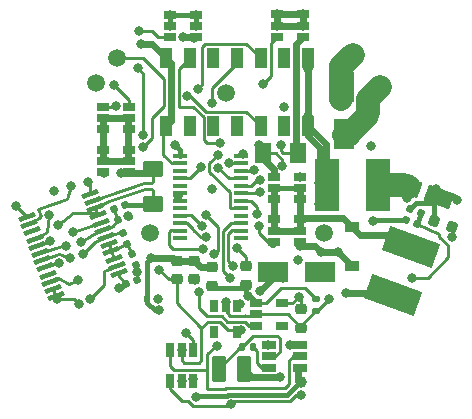
<source format=gtl>
%TF.GenerationSoftware,KiCad,Pcbnew,(6.0.5)*%
%TF.CreationDate,2022-06-17T18:07:44-04:00*%
%TF.ProjectId,Maka_BMS,4d616b61-5f42-44d5-932e-6b696361645f,rev?*%
%TF.SameCoordinates,Original*%
%TF.FileFunction,Copper,L1,Top*%
%TF.FilePolarity,Positive*%
%FSLAX46Y46*%
G04 Gerber Fmt 4.6, Leading zero omitted, Abs format (unit mm)*
G04 Created by KiCad (PCBNEW (6.0.5)) date 2022-06-17 18:07:44*
%MOMM*%
%LPD*%
G01*
G04 APERTURE LIST*
G04 Aperture macros list*
%AMRoundRect*
0 Rectangle with rounded corners*
0 $1 Rounding radius*
0 $2 $3 $4 $5 $6 $7 $8 $9 X,Y pos of 4 corners*
0 Add a 4 corners polygon primitive as box body*
4,1,4,$2,$3,$4,$5,$6,$7,$8,$9,$2,$3,0*
0 Add four circle primitives for the rounded corners*
1,1,$1+$1,$2,$3*
1,1,$1+$1,$4,$5*
1,1,$1+$1,$6,$7*
1,1,$1+$1,$8,$9*
0 Add four rect primitives between the rounded corners*
20,1,$1+$1,$2,$3,$4,$5,0*
20,1,$1+$1,$4,$5,$6,$7,0*
20,1,$1+$1,$6,$7,$8,$9,0*
20,1,$1+$1,$8,$9,$2,$3,0*%
%AMRotRect*
0 Rectangle, with rotation*
0 The origin of the aperture is its center*
0 $1 length*
0 $2 width*
0 $3 Rotation angle, in degrees counterclockwise*
0 Add horizontal line*
21,1,$1,$2,0,0,$3*%
G04 Aperture macros list end*
%TA.AperFunction,SMDPad,CuDef*%
%ADD10RoundRect,0.250000X-0.375000X-0.850000X0.375000X-0.850000X0.375000X0.850000X-0.375000X0.850000X0*%
%TD*%
%TA.AperFunction,SMDPad,CuDef*%
%ADD11R,0.650000X1.220000*%
%TD*%
%TA.AperFunction,SMDPad,CuDef*%
%ADD12R,1.060000X0.650000*%
%TD*%
%TA.AperFunction,SMDPad,CuDef*%
%ADD13RoundRect,0.218750X-0.256250X0.218750X-0.256250X-0.218750X0.256250X-0.218750X0.256250X0.218750X0*%
%TD*%
%TA.AperFunction,SMDPad,CuDef*%
%ADD14RotRect,2.150000X4.500000X250.000000*%
%TD*%
%TA.AperFunction,SMDPad,CuDef*%
%ADD15R,1.000000X1.750000*%
%TD*%
%TA.AperFunction,SMDPad,CuDef*%
%ADD16RoundRect,0.250001X-0.462499X-0.624999X0.462499X-0.624999X0.462499X0.624999X-0.462499X0.624999X0*%
%TD*%
%TA.AperFunction,SMDPad,CuDef*%
%ADD17R,0.650000X1.060000*%
%TD*%
%TA.AperFunction,SMDPad,CuDef*%
%ADD18RoundRect,0.147500X-0.147500X-0.172500X0.147500X-0.172500X0.147500X0.172500X-0.147500X0.172500X0*%
%TD*%
%TA.AperFunction,SMDPad,CuDef*%
%ADD19R,1.200000X0.900000*%
%TD*%
%TA.AperFunction,SMDPad,CuDef*%
%ADD20RoundRect,0.250001X-0.624999X0.462499X-0.624999X-0.462499X0.624999X-0.462499X0.624999X0.462499X0*%
%TD*%
%TA.AperFunction,SMDPad,CuDef*%
%ADD21R,1.220000X0.650000*%
%TD*%
%TA.AperFunction,SMDPad,CuDef*%
%ADD22R,1.800000X2.500000*%
%TD*%
%TA.AperFunction,SMDPad,CuDef*%
%ADD23RoundRect,0.147500X-0.212545X0.079606X-0.111649X-0.197603X0.212545X-0.079606X0.111649X0.197603X0*%
%TD*%
%TA.AperFunction,SMDPad,CuDef*%
%ADD24RoundRect,0.147500X-0.079606X-0.212545X0.197603X-0.111649X0.079606X0.212545X-0.197603X0.111649X0*%
%TD*%
%TA.AperFunction,SMDPad,CuDef*%
%ADD25RoundRect,0.147500X0.079606X0.212545X-0.197603X0.111649X-0.079606X-0.212545X0.197603X-0.111649X0*%
%TD*%
%TA.AperFunction,SMDPad,CuDef*%
%ADD26R,2.500000X1.800000*%
%TD*%
%TA.AperFunction,SMDPad,CuDef*%
%ADD27R,2.150000X4.500000*%
%TD*%
%TA.AperFunction,SMDPad,CuDef*%
%ADD28RoundRect,0.218750X-0.293200X-0.165979X0.117915X-0.315613X0.293200X0.165979X-0.117915X0.315613X0*%
%TD*%
%TA.AperFunction,SMDPad,CuDef*%
%ADD29RoundRect,0.147500X0.197603X0.111649X-0.079606X0.212545X-0.197603X-0.111649X0.079606X-0.212545X0*%
%TD*%
%TA.AperFunction,SMDPad,CuDef*%
%ADD30RotRect,2.300000X1.400000X160.000000*%
%TD*%
%TA.AperFunction,SMDPad,CuDef*%
%ADD31RotRect,1.250000X1.400000X160.000000*%
%TD*%
%TA.AperFunction,SMDPad,CuDef*%
%ADD32RoundRect,0.147500X-0.197603X-0.111649X0.079606X-0.212545X0.197603X0.111649X-0.079606X0.212545X0*%
%TD*%
%TA.AperFunction,SMDPad,CuDef*%
%ADD33R,1.200000X0.400000*%
%TD*%
%TA.AperFunction,SMDPad,CuDef*%
%ADD34RoundRect,0.100000X0.564852X0.312007X-0.633256X-0.124069X-0.564852X-0.312007X0.633256X0.124069X0*%
%TD*%
%TA.AperFunction,SMDPad,CuDef*%
%ADD35RoundRect,0.147500X0.172500X-0.147500X0.172500X0.147500X-0.172500X0.147500X-0.172500X-0.147500X0*%
%TD*%
%TA.AperFunction,SMDPad,CuDef*%
%ADD36RoundRect,0.218750X0.256250X-0.218750X0.256250X0.218750X-0.256250X0.218750X-0.256250X-0.218750X0*%
%TD*%
%TA.AperFunction,ComponentPad*%
%ADD37C,1.500000*%
%TD*%
%TA.AperFunction,ViaPad*%
%ADD38C,0.800000*%
%TD*%
%TA.AperFunction,ViaPad*%
%ADD39C,1.000000*%
%TD*%
%TA.AperFunction,Conductor*%
%ADD40C,0.250000*%
%TD*%
%TA.AperFunction,Conductor*%
%ADD41C,0.400000*%
%TD*%
%TA.AperFunction,Conductor*%
%ADD42C,0.590000*%
%TD*%
%TA.AperFunction,Conductor*%
%ADD43C,2.000000*%
%TD*%
G04 APERTURE END LIST*
D10*
%TO.P,L1,1,1*%
%TO.N,Net-(C13-Pad1)*%
X150850000Y-117450000D03*
%TO.P,L1,2,2*%
%TO.N,+5V*%
X153000000Y-117450000D03*
%TD*%
D11*
%TO.P,U4,1,IN*%
%TO.N,~{SHT_DWN_SIG}*%
X146775000Y-118435000D03*
%TO.P,U4,2,GND*%
%TO.N,Earth*%
X147725000Y-118435000D03*
%TO.P,U4,3,SET*%
%TO.N,Net-(R19-Pad2)*%
X148675000Y-118435000D03*
%TO.P,U4,4,DIV*%
%TO.N,Net-(R14-Pad2)*%
X148675000Y-115815000D03*
%TO.P,U4,5,V+*%
%TO.N,+3V3*%
X147725000Y-115815000D03*
%TO.P,U4,6,OUT*%
%TO.N,~{DELAYED_OFF}*%
X146775000Y-115815000D03*
%TD*%
D12*
%TO.P,Q4,1,D*%
%TO.N,+15V*%
X155800000Y-88350000D03*
X158000000Y-88350000D03*
X155800000Y-87400000D03*
X158000000Y-87400000D03*
%TO.P,Q4,2,G*%
%TO.N,Net-(Q4-Pad2)*%
X155800000Y-89300000D03*
%TO.P,Q4,3,S*%
%TO.N,Net-(Q4-Pad3)*%
X158000000Y-89300000D03*
%TD*%
D13*
%TO.P,C16,1*%
%TO.N,Earth*%
X153200000Y-108712500D03*
%TO.P,C16,2*%
%TO.N,+5V*%
X153200000Y-110287500D03*
%TD*%
D14*
%TO.P,L2,1,1*%
%TO.N,Net-(D3-Pad1)*%
X167143894Y-107106169D03*
%TO.P,L2,2,2*%
%TO.N,Net-(L2-Pad2)*%
X165656106Y-111193831D03*
%TD*%
D15*
%TO.P,J9,1,Pin_1*%
%TO.N,+12V*%
X158400000Y-96859800D03*
%TO.P,J9,2,Pin_2*%
X158400000Y-91109800D03*
%TO.P,J9,3,Pin_3*%
%TO.N,unconnected-(J9-Pad3)*%
X156400000Y-96859800D03*
%TO.P,J9,4,Pin_4*%
%TO.N,~{TS_EOC}*%
X156400000Y-91109800D03*
%TO.P,J9,5,Pin_5*%
%TO.N,SCL*%
X154400000Y-96859800D03*
%TO.P,J9,6,Pin_6*%
%TO.N,SDA*%
X154400000Y-91109800D03*
%TO.P,J9,7,Pin_7*%
%TO.N,+3.3VP*%
X152400000Y-96859800D03*
%TO.P,J9,8,Pin_8*%
%TO.N,GPS_INT*%
X152400000Y-91109800D03*
%TO.P,J9,9,Pin_9*%
%TO.N,unconnected-(J9-Pad9)*%
X150400000Y-96859800D03*
%TO.P,J9,10,Pin_10*%
%TO.N,IMU_INT*%
X150400000Y-91109800D03*
%TO.P,J9,11,Pin_11*%
%TO.N,unconnected-(J9-Pad11)*%
X148400000Y-96859800D03*
%TO.P,J9,12,Pin_12*%
%TO.N,+3V3*%
X148400000Y-91109800D03*
%TO.P,J9,13,Pin_13*%
%TO.N,Earth*%
X146400000Y-96859800D03*
%TO.P,J9,14,Pin_14*%
X146400000Y-91109800D03*
%TD*%
D12*
%TO.P,Q5,1,D*%
%TO.N,Net-(D3-Pad1)*%
X157700000Y-103050000D03*
X155500000Y-102100000D03*
X157700000Y-102100000D03*
X155500000Y-103050000D03*
%TO.P,Q5,2,G*%
%TO.N,Net-(Q5-Pad2)*%
X157700000Y-101150000D03*
%TO.P,Q5,3,S*%
%TO.N,Net-(C20-Pad1)*%
X155500000Y-101150000D03*
%TD*%
%TO.P,Q3,1,D*%
%TO.N,Net-(Q2-Pad1)*%
X143300000Y-97100000D03*
X141100000Y-97100000D03*
X141100000Y-96150000D03*
X143300000Y-96150000D03*
%TO.P,Q3,2,G*%
%TO.N,Net-(Q3-Pad2)*%
X143300000Y-95200000D03*
%TO.P,Q3,3,S*%
%TO.N,Earth*%
X141100000Y-95200000D03*
%TD*%
%TO.P,Q2,1,D*%
%TO.N,Net-(Q2-Pad1)*%
X143300000Y-98850000D03*
X141100000Y-99800000D03*
X141100000Y-98850000D03*
X143300000Y-99800000D03*
%TO.P,Q2,2,G*%
%TO.N,Net-(Q2-Pad2)*%
X141100000Y-100750000D03*
%TO.P,Q2,3,S*%
%TO.N,Net-(Q2-Pad3)*%
X143300000Y-100750000D03*
%TD*%
D13*
%TO.P,C23,1*%
%TO.N,Earth*%
X148800000Y-108262500D03*
%TO.P,C23,2*%
%TO.N,+BATT*%
X148800000Y-109837500D03*
%TD*%
D16*
%TO.P,R29,1*%
%TO.N,Net-(C20-Pad1)*%
X154575000Y-99150000D03*
%TO.P,R29,2*%
%TO.N,Net-(Q4-Pad3)*%
X157550000Y-99150000D03*
%TD*%
D17*
%TO.P,U2,1,IN*%
%TO.N,/BATT_OUT*%
X152400000Y-112100000D03*
%TO.P,U2,2,GND*%
%TO.N,Earth*%
X151450000Y-112100000D03*
%TO.P,U2,3,EN*%
%TO.N,unconnected-(U2-Pad3)*%
X150500000Y-112100000D03*
%TO.P,U2,4*%
%TO.N,N/C*%
X150500000Y-114300000D03*
%TO.P,U2,5,OUT*%
%TO.N,+3V3*%
X152400000Y-114300000D03*
%TD*%
D18*
%TO.P,R19,1*%
%TO.N,Earth*%
X144750000Y-111500000D03*
%TO.P,R19,2*%
%TO.N,Net-(R19-Pad2)*%
X145720000Y-111500000D03*
%TD*%
D13*
%TO.P,C15,1*%
%TO.N,Earth*%
X150300000Y-108800000D03*
%TO.P,C15,2*%
%TO.N,+5V*%
X150300000Y-110375000D03*
%TD*%
D19*
%TO.P,D3,1,K*%
%TO.N,Net-(D3-Pad1)*%
X162150000Y-105400000D03*
%TO.P,D3,2,A*%
%TO.N,Earth*%
X162150000Y-108700000D03*
%TD*%
D12*
%TO.P,Q1,1,D*%
%TO.N,/GND_OUT*%
X146726400Y-88392000D03*
X148926400Y-88392000D03*
X146726400Y-87442000D03*
X148926400Y-87442000D03*
%TO.P,Q1,2,G*%
%TO.N,Net-(Q1-Pad2)*%
X146726400Y-89342000D03*
%TO.P,Q1,3,S*%
%TO.N,Earth*%
X148926400Y-89342000D03*
%TD*%
D13*
%TO.P,C14,1*%
%TO.N,Earth*%
X147300000Y-108262500D03*
%TO.P,C14,2*%
%TO.N,+3V3*%
X147300000Y-109837500D03*
%TD*%
D20*
%TO.P,R8,1*%
%TO.N,Net-(Q2-Pad3)*%
X145300000Y-100500000D03*
%TO.P,R8,2*%
%TO.N,-BATT*%
X145300000Y-103475000D03*
%TD*%
D21*
%TO.P,U1,1,FB*%
%TO.N,+5V*%
X157710000Y-117300000D03*
%TO.P,U1,2,EN*%
%TO.N,~{DELAYED_OFF}*%
X157710000Y-116350000D03*
%TO.P,U1,3,VIN*%
%TO.N,/BATT_OUT*%
X157710000Y-115400000D03*
%TO.P,U1,4,GND*%
%TO.N,Earth*%
X155090000Y-115400000D03*
%TO.P,U1,5,SW*%
%TO.N,Net-(C13-Pad1)*%
X155090000Y-116350000D03*
%TO.P,U1,6,BST*%
%TO.N,Net-(C13-Pad2)*%
X155090000Y-117300000D03*
%TD*%
D22*
%TO.P,D1,1,K*%
%TO.N,/BATT_OUT*%
X161425000Y-93550000D03*
%TO.P,D1,2,A*%
%TO.N,/GND_OUT*%
X161425000Y-97550000D03*
%TD*%
D23*
%TO.P,C2,1*%
%TO.N,Net-(C2-Pad1)*%
X142759120Y-105894249D03*
%TO.P,C2,2*%
%TO.N,Net-(C2-Pad2)*%
X143090880Y-106805751D03*
%TD*%
D24*
%TO.P,R3,1*%
%TO.N,Net-(C3-Pad1)*%
X142338498Y-104841760D03*
%TO.P,R3,2*%
%TO.N,Net-(3.4-Pad1)*%
X143250000Y-104510000D03*
%TD*%
D23*
%TO.P,R1,2*%
%TO.N,+BATT*%
X143815880Y-108605751D03*
%TO.P,R1,1*%
%TO.N,Net-(C2-Pad2)*%
X143484120Y-107694249D03*
%TD*%
D25*
%TO.P,C4,1*%
%TO.N,-BATT*%
X142895751Y-103514120D03*
%TO.P,C4,2*%
%TO.N,Net-(C3-Pad1)*%
X141984249Y-103845880D03*
%TD*%
D12*
%TO.P,Q6,1,D*%
%TO.N,Net-(D3-Pad1)*%
X155500000Y-105700000D03*
X155500000Y-104750000D03*
X157700000Y-105700000D03*
X157700000Y-104750000D03*
%TO.P,Q6,2,G*%
%TO.N,Net-(Q6-Pad2)*%
X155500000Y-106650000D03*
%TO.P,Q6,3,S*%
%TO.N,Earth*%
X157700000Y-106650000D03*
%TD*%
D26*
%TO.P,D2,1,K*%
%TO.N,/BATT_OUT*%
X159450000Y-109250000D03*
%TO.P,D2,2,A*%
%TO.N,+BATT*%
X155450000Y-109250000D03*
%TD*%
D27*
%TO.P,L3,1,1*%
%TO.N,+12V*%
X160000000Y-101875000D03*
%TO.P,L3,2,2*%
%TO.N,Net-(D4-Pad2)*%
X164350000Y-101875000D03*
%TD*%
D28*
%TO.P,C11,1*%
%TO.N,+15V*%
X169100000Y-104850000D03*
%TO.P,C11,2*%
%TO.N,Earth*%
X170580016Y-105388682D03*
%TD*%
D29*
%TO.P,R32,1*%
%TO.N,Net-(R21-Pad2)*%
X167655751Y-105165880D03*
%TO.P,R32,2*%
%TO.N,Earth*%
X166744249Y-104834120D03*
%TD*%
D30*
%TO.P,D4,1,K*%
%TO.N,+15V*%
X169500000Y-102900000D03*
D31*
%TO.P,D4,2,A*%
%TO.N,Net-(D4-Pad2)*%
X167338707Y-102113354D03*
%TD*%
D32*
%TO.P,R21,2*%
%TO.N,Net-(R21-Pad2)*%
X168000000Y-104231760D03*
%TO.P,R21,1*%
%TO.N,+15V*%
X167088498Y-103900000D03*
%TD*%
D24*
%TO.P,R5,1*%
%TO.N,Net-(C8-Pad2)*%
X143044249Y-110190880D03*
%TO.P,R5,2*%
%TO.N,+BATT*%
X143955751Y-109859120D03*
%TD*%
D33*
%TO.P,U5,1,DCIN*%
%TO.N,+15V*%
X147550000Y-99382500D03*
%TO.P,U5,2,~{CHG}*%
%TO.N,Earth*%
X147550000Y-100017500D03*
%TO.P,U5,3,ACP*%
%TO.N,unconnected-(U5-Pad3)*%
X147550000Y-100652500D03*
%TO.P,U5,4,RT*%
%TO.N,Net-(R24-Pad2)*%
X147550000Y-101287500D03*
%TO.P,U5,5,~{FAULT}*%
%TO.N,unconnected-(U5-Pad5)*%
X147550000Y-101922500D03*
%TO.P,U5,6,GND*%
%TO.N,Earth*%
X147550000Y-102557500D03*
%TO.P,U5,7,3C4C*%
X147550000Y-103192500D03*
%TO.P,U5,8,~{LOBAT}*%
%TO.N,unconnected-(U5-Pad8)*%
X147550000Y-103827500D03*
%TO.P,U5,9,NTC*%
%TO.N,Net-(R22-Pad1)*%
X147550000Y-104462500D03*
%TO.P,U5,10,ITH*%
%TO.N,Net-(R25-Pad2)*%
X147550000Y-105097500D03*
%TO.P,U5,11,PROG*%
%TO.N,Net-(C21-Pad2)*%
X147550000Y-105732500D03*
%TO.P,U5,12,NC*%
%TO.N,unconnected-(U5-Pad12)*%
X147550000Y-106367500D03*
%TO.P,U5,13,~{ICL}*%
%TO.N,unconnected-(U5-Pad13)*%
X152750000Y-106367500D03*
%TO.P,U5,14,CSP*%
%TO.N,Net-(R27-Pad2)*%
X152750000Y-105732500D03*
%TO.P,U5,15,BAT*%
%TO.N,Net-(R26-Pad2)*%
X152750000Y-105097500D03*
%TO.P,U5,16,CHEM*%
%TO.N,unconnected-(U5-Pad16)*%
X152750000Y-104462500D03*
%TO.P,U5,17,~{FLAG}*%
%TO.N,~{TS_EOC}*%
X152750000Y-103827500D03*
%TO.P,U5,18,CLP*%
%TO.N,Net-(C20-Pad2)*%
X152750000Y-103192500D03*
%TO.P,U5,19,CLN*%
%TO.N,Net-(C20-Pad1)*%
X152750000Y-102557500D03*
%TO.P,U5,20,TGATE*%
%TO.N,Net-(Q5-Pad2)*%
X152750000Y-101922500D03*
%TO.P,U5,21,PGND*%
%TO.N,Earth*%
X152750000Y-101287500D03*
%TO.P,U5,22,BGATE*%
%TO.N,Net-(Q6-Pad2)*%
X152750000Y-100652500D03*
%TO.P,U5,23,INFET*%
%TO.N,Net-(Q4-Pad2)*%
X152750000Y-100017500D03*
%TO.P,U5,24,SHDN*%
%TO.N,Earth*%
X152750000Y-99382500D03*
%TD*%
D34*
%TO.P,U3,1,VDD*%
%TO.N,Net-(C8-Pad2)*%
X142427053Y-109302734D03*
%TO.P,U3,2,AVDD*%
%TO.N,Net-(C9-Pad1)*%
X142204740Y-108691934D03*
%TO.P,U3,3,VC5*%
%TO.N,Net-(C2-Pad2)*%
X141982427Y-108081134D03*
%TO.P,U3,4,VC4*%
X141760114Y-107470334D03*
%TO.P,U3,5,VC3*%
X141537801Y-106859534D03*
%TO.P,U3,6,VC2*%
%TO.N,Net-(C2-Pad1)*%
X141315488Y-106248733D03*
%TO.P,U3,7,VC1*%
%TO.N,Net-(C3-Pad1)*%
X141093175Y-105637933D03*
%TO.P,U3,8,VC0*%
%TO.N,Net-(C5-Pad1)*%
X140870861Y-105027133D03*
%TO.P,U3,9,VSS*%
%TO.N,-BATT*%
X140648548Y-104416333D03*
%TO.P,U3,10,SRP*%
X140426235Y-103805533D03*
%TO.P,U3,11,SRN*%
%TO.N,Net-(Q2-Pad3)*%
X140203922Y-103194732D03*
%TO.P,U3,12,DSG*%
%TO.N,Net-(R10-Pad2)*%
X139981609Y-102583932D03*
%TO.P,U3,13,CHG*%
%TO.N,Net-(R13-Pad2)*%
X134601869Y-104541998D03*
%TO.P,U3,14,LD*%
%TO.N,Net-(R18-Pad2)*%
X134824182Y-105152798D03*
%TO.P,U3,15,LPWR*%
%TO.N,unconnected-(U3-Pad15)*%
X135046495Y-105763598D03*
%TO.P,U3,16,CBI*%
%TO.N,Net-(R17-Pad2)*%
X135268808Y-106374398D03*
%TO.P,U3,17,OCDP*%
%TO.N,Net-(R16-Pad2)*%
X135491121Y-106985198D03*
%TO.P,U3,18,TS*%
%TO.N,Net-(R15-Pad1)*%
X135713434Y-107595999D03*
%TO.P,U3,19,VTB*%
%TO.N,Net-(R15-Pad2)*%
X135935747Y-108206799D03*
%TO.P,U3,20,CCFG*%
%TO.N,-BATT*%
X136158061Y-108817599D03*
%TO.P,U3,21,CBO*%
%TO.N,unconnected-(U3-Pad21)*%
X136380374Y-109428399D03*
%TO.P,U3,22,PRES*%
%TO.N,Net-(C8-Pad2)*%
X136602687Y-110039199D03*
%TO.P,U3,23,CTRC*%
%TO.N,-BATT*%
X136825000Y-110650000D03*
%TO.P,U3,24,CTRD*%
X137047313Y-111260800D03*
%TD*%
D12*
%TO.P,U7,1,IN*%
%TO.N,+5V*%
X154050000Y-111850000D03*
%TO.P,U7,2,GND*%
%TO.N,Earth*%
X154050000Y-112800000D03*
%TO.P,U7,3,EN*%
%TO.N,ENDCAP_EN*%
X154050000Y-113750000D03*
%TO.P,U7,4*%
%TO.N,N/C*%
X156250000Y-113750000D03*
%TO.P,U7,5,OUT*%
%TO.N,+3.3VP*%
X156250000Y-111850000D03*
%TD*%
D35*
%TO.P,C24,1*%
%TO.N,Earth*%
X159100000Y-112470000D03*
%TO.P,C24,2*%
%TO.N,+5V*%
X159100000Y-111500000D03*
%TD*%
D36*
%TO.P,C25,2*%
%TO.N,+3.3VP*%
X157850000Y-112362500D03*
%TO.P,C25,1*%
%TO.N,Earth*%
X157850000Y-113937500D03*
%TD*%
D18*
%TO.P,C13,1*%
%TO.N,Net-(C13-Pad1)*%
X152815000Y-115600000D03*
%TO.P,C13,2*%
%TO.N,Net-(C13-Pad2)*%
X153785000Y-115600000D03*
%TD*%
D37*
%TO.P,11.1,1,Pin_1*%
%TO.N,+BATT*%
X140450000Y-93225000D03*
%TD*%
%TO.P,0.0,1,Pin_1*%
%TO.N,-BATT*%
X151450000Y-94050000D03*
%TD*%
%TO.P,12V_OUT1,1,Pin_1*%
%TO.N,/BATT_OUT*%
X162200000Y-90800000D03*
%TD*%
%TO.P,GND_OUT1,1,Pin_1*%
%TO.N,/GND_OUT*%
X164550000Y-93525000D03*
%TD*%
%TO.P,3.4,1,Pin_1*%
%TO.N,Net-(3.4-Pad1)*%
X142250000Y-91100000D03*
%TD*%
%TO.P,7.4_1,1,Pin_1*%
%TO.N,Net-(7.4_1-Pad1)*%
X145000000Y-105925000D03*
%TD*%
%TO.P,7.4_2,1,Pin_1*%
%TO.N,Net-(7.4_1-Pad1)*%
X159800000Y-105875000D03*
%TD*%
D38*
%TO.N,Net-(R13-Pad2)*%
X133694249Y-103634378D03*
%TO.N,Earth*%
X136937511Y-102362511D03*
%TO.N,+3V3*%
X147725000Y-115815000D03*
%TO.N,Net-(R19-Pad2)*%
X145700000Y-111475000D03*
%TO.N,Net-(R14-Pad2)*%
X148063670Y-114339071D03*
%TO.N,Net-(R19-Pad2)*%
X148700000Y-118225000D03*
%TO.N,Earth*%
X145827101Y-112466388D03*
%TO.N,~{DELAYED_OFF}*%
X150725000Y-115450000D03*
%TO.N,Earth*%
X147717165Y-118406768D03*
%TO.N,+BATT*%
X143950500Y-109194249D03*
%TO.N,-BATT*%
X139030000Y-111900000D03*
%TO.N,Net-(C9-Pad1)*%
X139970000Y-111530000D03*
%TO.N,Net-(R18-Pad2)*%
X138311502Y-101968240D03*
%TO.N,Net-(R10-Pad2)*%
X139750000Y-101575000D03*
%TO.N,Net-(Q2-Pad2)*%
X141150016Y-100800000D03*
%TO.N,Net-(Q1-Pad2)*%
X144100000Y-88780000D03*
%TO.N,Earth*%
X147409152Y-102782991D03*
X150249553Y-102219707D03*
X154990000Y-115350000D03*
X150798806Y-100364363D03*
X148800000Y-89400000D03*
X159500000Y-107500000D03*
X163950000Y-104850000D03*
X145165242Y-107986436D03*
X163750000Y-98550000D03*
X152399998Y-107175500D03*
X170605274Y-106235495D03*
X157700000Y-106975000D03*
X151474997Y-111740446D03*
X156384002Y-95200000D03*
X160170807Y-111500400D03*
X144250000Y-89899996D03*
X147859660Y-89276608D03*
X142149721Y-95175010D03*
X160949959Y-107499991D03*
X152944231Y-99217498D03*
%TO.N,Net-(C2-Pad1)*%
X139350000Y-107650000D03*
%TO.N,Net-(C3-Pad1)*%
X139200000Y-106650000D03*
%TO.N,-BATT*%
X137250000Y-105250000D03*
X137312500Y-108487500D03*
X137191316Y-111483684D03*
%TO.N,Net-(C5-Pad1)*%
X138500000Y-105800000D03*
%TO.N,Net-(C8-Pad2)*%
X142436371Y-110536371D03*
X138950000Y-109900000D03*
%TO.N,+3V3*%
X145824979Y-109000001D03*
X144006778Y-91943222D03*
X144475012Y-97575179D03*
X151004745Y-98325599D03*
X152736960Y-114128522D03*
X148481459Y-91306778D03*
%TO.N,+5V*%
X148950000Y-119800000D03*
X156012983Y-118136913D03*
X153300000Y-111200000D03*
D39*
X157834131Y-118500061D03*
D38*
%TO.N,Net-(C20-Pad2)*%
X154083402Y-104323727D03*
%TO.N,+12V*%
X159400000Y-100200000D03*
X158400000Y-91109800D03*
X158395100Y-96854900D03*
X158389645Y-92010355D03*
X159350000Y-103450000D03*
X158389645Y-96010355D03*
X159350000Y-101700000D03*
%TO.N,Net-(C21-Pad2)*%
X149567475Y-107247814D03*
%TO.N,+BATT*%
X155450000Y-109250000D03*
X148862299Y-109887701D03*
X154600000Y-108849001D03*
X154350000Y-110850000D03*
X156300000Y-109750000D03*
%TO.N,IMU_INT*%
X150399984Y-91109800D03*
%TO.N,GPS_INT*%
X150274011Y-94896001D03*
%TO.N,SDA*%
X149100000Y-93700000D03*
%TO.N,SCL*%
X148182448Y-94344614D03*
%TO.N,~{TS_EOC}*%
X150788502Y-99301951D03*
X156400000Y-91109810D03*
%TO.N,Net-(L2-Pad2)*%
X161675014Y-110974986D03*
%TO.N,Net-(Q2-Pad3)*%
X142597913Y-100825000D03*
%TO.N,Net-(Q3-Pad2)*%
X142000000Y-93350000D03*
%TO.N,Net-(Q4-Pad3)*%
X156150000Y-98450000D03*
%TO.N,Net-(Q4-Pad2)*%
X154650000Y-93250000D03*
X151736735Y-100017501D03*
%TO.N,Net-(Q5-Pad2)*%
X157700026Y-101150000D03*
X154364600Y-101422799D03*
%TO.N,Net-(Q6-Pad2)*%
X154300000Y-105300000D03*
X153829771Y-100577825D03*
%TO.N,Net-(R15-Pad2)*%
X138242857Y-108057143D03*
%TO.N,Net-(R15-Pad1)*%
X137959999Y-107040001D03*
%TO.N,Net-(R16-Pad2)*%
X136557548Y-106557548D03*
%TO.N,Net-(R17-Pad2)*%
X136500000Y-104400000D03*
%TO.N,Net-(R22-Pad1)*%
X149409995Y-105320273D03*
%TO.N,Net-(R24-Pad2)*%
X149325030Y-100350000D03*
%TO.N,Net-(R25-Pad2)*%
X149740782Y-106263451D03*
%TO.N,Net-(R26-Pad2)*%
X151800000Y-109700000D03*
%TO.N,Net-(R27-Pad2)*%
X152100000Y-108700000D03*
%TO.N,Net-(D4-Pad2)*%
X166800000Y-102950000D03*
%TO.N,+15V*%
X155800000Y-88350014D03*
X155800000Y-87400000D03*
X147119947Y-98441373D03*
X158000000Y-87400000D03*
X169250000Y-102200000D03*
X170200000Y-102800000D03*
X170999976Y-103150000D03*
X158000000Y-88350000D03*
%TO.N,~{SHT_DWN_SIG}*%
X157834806Y-119600072D03*
X151911226Y-120407964D03*
%TO.N,Net-(C20-Pad1)*%
X156250000Y-100200000D03*
X154327206Y-102422102D03*
X154300000Y-98450000D03*
%TO.N,Net-(R21-Pad2)*%
X167200000Y-109700000D03*
%TO.N,Net-(3.4-Pad1)*%
X143219095Y-104490584D03*
X144474990Y-98600508D03*
%TO.N,/GND_OUT*%
X146726400Y-87442000D03*
X148926400Y-87442000D03*
X146726400Y-88392000D03*
X148926400Y-88392000D03*
%TO.N,/BATT_OUT*%
X159450022Y-109250000D03*
X161300000Y-93900000D03*
X156920000Y-115400000D03*
X160300000Y-109627460D03*
X152645395Y-111955313D03*
X161300000Y-95000000D03*
X158600000Y-108750000D03*
%TO.N,+3.3VP*%
X157600000Y-108200000D03*
X149800000Y-104400000D03*
X157650000Y-111300000D03*
X152400000Y-96850000D03*
X150449671Y-107717641D03*
%TO.N,ENDCAP_EN*%
X149177123Y-110897876D03*
%TD*%
D40*
%TO.N,ENDCAP_EN*%
X149177123Y-112281145D02*
X149177123Y-110897876D01*
X151114785Y-112954511D02*
X149850489Y-112954511D01*
X151565286Y-113405012D02*
X151114785Y-112954511D01*
X153049229Y-113404022D02*
X152245141Y-113404022D01*
X153395207Y-113750000D02*
X153049229Y-113404022D01*
X154050000Y-113750000D02*
X153395207Y-113750000D01*
X152245141Y-113404022D02*
X152244151Y-113405012D01*
X149850489Y-112954511D02*
X149177123Y-112281145D01*
X152244151Y-113405012D02*
X151565286Y-113405012D01*
%TO.N,Earth*%
X153223251Y-112942340D02*
X153211081Y-112930170D01*
X153161082Y-112930171D02*
X153140699Y-112909788D01*
X153894999Y-112955001D02*
X153235915Y-112955001D01*
X152058947Y-112954512D02*
X152058458Y-112955001D01*
X152058458Y-112955001D02*
X151930431Y-112955001D01*
X153235915Y-112955001D02*
X153223254Y-112942340D01*
X153140699Y-112909788D02*
X153115700Y-112909789D01*
X153211081Y-112930170D02*
X153161082Y-112930171D01*
X153223254Y-112942340D02*
X153223251Y-112942340D01*
X153049511Y-112954511D02*
X152058947Y-112954512D01*
X154050000Y-112800000D02*
X153894999Y-112955001D01*
X151929941Y-112954511D02*
X151750489Y-112954511D01*
X151750489Y-112775059D02*
X151474997Y-112499567D01*
X151474997Y-112499567D02*
X151474997Y-111740446D01*
X153115700Y-112909789D02*
X153095977Y-112890066D01*
X153095977Y-112890066D02*
X153049511Y-112890066D01*
X153049511Y-112890066D02*
X153049511Y-112954511D01*
X151930431Y-112955001D02*
X151929941Y-112954511D01*
X151750489Y-112954511D02*
X151750489Y-112775059D01*
%TO.N,Net-(R10-Pad2)*%
X139981609Y-101806609D02*
X139750000Y-101575000D01*
X139981609Y-102583932D02*
X139981609Y-101806609D01*
%TO.N,~{SHT_DWN_SIG}*%
X148633554Y-120508154D02*
X148720213Y-120524501D01*
X148225499Y-120100099D02*
X148633554Y-120508154D01*
X146775000Y-119100000D02*
X147775099Y-120100099D01*
X147775099Y-120100099D02*
X148225499Y-120100099D01*
X146775000Y-118435000D02*
X146775000Y-119100000D01*
X148720213Y-120524501D02*
X151794689Y-120524501D01*
X151794689Y-120524501D02*
X151911226Y-120407964D01*
D41*
%TO.N,+5V*%
X151668170Y-119600002D02*
X151594141Y-119674031D01*
X157766750Y-118500061D02*
X156666809Y-119600002D01*
X157834131Y-118500061D02*
X157766750Y-118500061D01*
X156666809Y-119600002D02*
X151668170Y-119600002D01*
X151594141Y-119674031D02*
X149075969Y-119674031D01*
X149075969Y-119674031D02*
X148950000Y-119800000D01*
D40*
%TO.N,+3V3*%
X147300000Y-109837500D02*
X147300000Y-111850000D01*
X147300000Y-111850000D02*
X149400000Y-113950000D01*
%TO.N,Net-(R14-Pad2)*%
X148690000Y-115210000D02*
X148690000Y-114965401D01*
X148690000Y-114965401D02*
X148063670Y-114339071D01*
%TO.N,+3V3*%
X147725000Y-116675000D02*
X147725000Y-115815000D01*
X149175000Y-116900000D02*
X147950000Y-116900000D01*
X149400000Y-113950000D02*
X149400000Y-116675000D01*
X149400000Y-116675000D02*
X149175000Y-116900000D01*
X149924501Y-113425499D02*
X149400000Y-113950000D01*
X150950069Y-113425499D02*
X149924501Y-113425499D01*
X151653092Y-114128522D02*
X150950069Y-113425499D01*
X147950000Y-116900000D02*
X147725000Y-116675000D01*
X152736960Y-114128522D02*
X151653092Y-114128522D01*
%TO.N,~{DELAYED_OFF}*%
X149775000Y-117500000D02*
X149900000Y-117625000D01*
X147100000Y-117500000D02*
X149775000Y-117500000D01*
X146775000Y-117175000D02*
X147100000Y-117500000D01*
X149900000Y-117625000D02*
X149900000Y-116162507D01*
X149900000Y-119126402D02*
X149900000Y-117625000D01*
X146775000Y-115815000D02*
X146775000Y-117175000D01*
X150612507Y-115450000D02*
X150725000Y-115450000D01*
X149900000Y-116162507D02*
X150612507Y-115450000D01*
X149923118Y-119149520D02*
X149900000Y-119126402D01*
X151376882Y-119149520D02*
X149923118Y-119149520D01*
X156774999Y-118725001D02*
X156450000Y-119050000D01*
X151476402Y-119050000D02*
X151376882Y-119149520D01*
X156774999Y-116714999D02*
X156774999Y-118725001D01*
X157189998Y-116300000D02*
X156774999Y-116714999D01*
X157610000Y-116300000D02*
X157189998Y-116300000D01*
X156450000Y-119050000D02*
X151476402Y-119050000D01*
D42*
%TO.N,+5V*%
X153000000Y-117450000D02*
X153686913Y-118136913D01*
X153686913Y-118136913D02*
X156012983Y-118136913D01*
D40*
%TO.N,Net-(C13-Pad2)*%
X154100000Y-115915000D02*
X153785000Y-115600000D01*
X154100000Y-116880002D02*
X154100000Y-115915000D01*
X154519998Y-117300000D02*
X154100000Y-116880002D01*
X155090000Y-117300000D02*
X154519998Y-117300000D01*
%TO.N,Net-(C13-Pad1)*%
X152700000Y-115600000D02*
X150850000Y-117450000D01*
X152815000Y-115600000D02*
X152700000Y-115600000D01*
D41*
%TO.N,Earth*%
X145422337Y-112466388D02*
X145827101Y-112466388D01*
X144750000Y-111794051D02*
X145422337Y-112466388D01*
X144750000Y-111500000D02*
X144750000Y-111794051D01*
X144750000Y-108401678D02*
X145165242Y-107986436D01*
X144750000Y-111500000D02*
X144750000Y-108401678D01*
D40*
%TO.N,+BATT*%
X143955751Y-109199500D02*
X143950500Y-109194249D01*
X143955751Y-109859120D02*
X143955751Y-109199500D01*
X143950500Y-108740371D02*
X143950500Y-109194249D01*
X143815880Y-108605751D02*
X143950500Y-108740371D01*
%TO.N,~{SHT_DWN_SIG}*%
X152194179Y-120125011D02*
X151911226Y-120407964D01*
X156884277Y-120125011D02*
X152194179Y-120125011D01*
X157409216Y-119600072D02*
X156884277Y-120125011D01*
X157834806Y-119600072D02*
X157409216Y-119600072D01*
%TO.N,-BATT*%
X138613684Y-111483684D02*
X139030000Y-111900000D01*
X137191316Y-111483684D02*
X138613684Y-111483684D01*
%TO.N,Net-(C8-Pad2)*%
X142427053Y-109573684D02*
X143044249Y-110190880D01*
X143044249Y-110190880D02*
X142698758Y-110536371D01*
X142427053Y-109302734D02*
X142427053Y-109573684D01*
%TO.N,Net-(C2-Pad2)*%
X143090880Y-106805751D02*
X143484120Y-107694249D01*
%TO.N,Net-(C9-Pad1)*%
X139970000Y-111530000D02*
X141150000Y-110350000D01*
%TO.N,Net-(Q1-Pad2)*%
X145757000Y-89342000D02*
X146626400Y-89342000D01*
X145195000Y-88780000D02*
X145757000Y-89342000D01*
X144100000Y-88780000D02*
X145195000Y-88780000D01*
D42*
%TO.N,Earth*%
X159500000Y-107500000D02*
X160949950Y-107500000D01*
X148926400Y-89342000D02*
X147925052Y-89342000D01*
D40*
X152750000Y-101287500D02*
X151721943Y-101287500D01*
X147550000Y-102923839D02*
X147409152Y-102782991D01*
D42*
X160949991Y-107499991D02*
X160949959Y-107499991D01*
D40*
X156712500Y-112800000D02*
X154050000Y-112800000D01*
D42*
X147300000Y-108262500D02*
X148800000Y-108262500D01*
D40*
X157850000Y-113937500D02*
X156712500Y-112800000D01*
X147550000Y-100017500D02*
X146864899Y-100017500D01*
D41*
X166744249Y-104834120D02*
X163965880Y-104834120D01*
D40*
X152915002Y-99217498D02*
X152944231Y-99217498D01*
D42*
X146837427Y-91487427D02*
X145249996Y-89899996D01*
X158975000Y-106975000D02*
X159500000Y-107500000D01*
D40*
X146864899Y-100017500D02*
X146172318Y-99324919D01*
X159100000Y-112470000D02*
X159201207Y-112470000D01*
D42*
X146400000Y-96859800D02*
X146837427Y-96422373D01*
X147925052Y-89342000D02*
X147859660Y-89276608D01*
X149337500Y-108800000D02*
X150300000Y-108800000D01*
X148800000Y-108262500D02*
X149337500Y-108800000D01*
D40*
X153200000Y-108812500D02*
X153200000Y-107975502D01*
D42*
X157700000Y-106975000D02*
X158975000Y-106975000D01*
D40*
X157850000Y-113720000D02*
X159100000Y-112470000D01*
D42*
X162150000Y-108700000D02*
X160949991Y-107499991D01*
X145249996Y-89899996D02*
X144250000Y-89899996D01*
D40*
X153200000Y-107975502D02*
X152399998Y-107175500D01*
X170580016Y-105388682D02*
X170580016Y-106210237D01*
X152750000Y-99382500D02*
X152915002Y-99217498D01*
X147550000Y-102642143D02*
X147409152Y-102782991D01*
X147550000Y-102557500D02*
X147550000Y-102642143D01*
D42*
X147300000Y-108262500D02*
X147023936Y-107986436D01*
X146837427Y-96422373D02*
X146837427Y-91487427D01*
D40*
X147550000Y-103192500D02*
X147550000Y-102923839D01*
D41*
X163965880Y-104834120D02*
X163950000Y-104850000D01*
D40*
X142124731Y-95200000D02*
X142149721Y-95175010D01*
D42*
X160949950Y-107500000D02*
X160949959Y-107499991D01*
X147023936Y-107986436D02*
X145165242Y-107986436D01*
D40*
X159201207Y-112470000D02*
X160170807Y-111500400D01*
X151721943Y-101287500D02*
X150798806Y-100364363D01*
X170580016Y-106210237D02*
X170605274Y-106235495D01*
X157850000Y-113937500D02*
X157850000Y-113720000D01*
X146172318Y-99324919D02*
X146172318Y-97512594D01*
X141100000Y-95200000D02*
X142124731Y-95200000D01*
%TO.N,Net-(C2-Pad2)*%
X143090880Y-106805751D02*
X141760114Y-107470334D01*
X141982427Y-108081134D02*
X141537801Y-106859534D01*
%TO.N,Net-(C2-Pad1)*%
X142759120Y-105894249D02*
X142519249Y-105894249D01*
X139350000Y-107650000D02*
X140350000Y-106650000D01*
X142519249Y-105894249D02*
X142300000Y-105925000D01*
X142300000Y-105925000D02*
X141315488Y-106248733D01*
X140350000Y-106650000D02*
X141315488Y-106248733D01*
%TO.N,Net-(C3-Pad1)*%
X141093175Y-105637933D02*
X141950000Y-105310000D01*
X142338498Y-104841760D02*
X142010000Y-103940000D01*
X141950000Y-105310000D02*
X142338498Y-104841760D01*
X140150000Y-106050000D02*
X141093175Y-105637933D01*
X139200000Y-106650000D02*
X140150000Y-106050000D01*
%TO.N,-BATT*%
X137191316Y-111483684D02*
X136825000Y-110650000D01*
X137312500Y-108487500D02*
X137250000Y-108425000D01*
D41*
X142895751Y-103514120D02*
X145260880Y-103514120D01*
D40*
X145300000Y-102300000D02*
X145150000Y-102150000D01*
X138514523Y-104185477D02*
X140564523Y-104185477D01*
X140564523Y-104185477D02*
X140648548Y-104416333D01*
X137250000Y-105250000D02*
X138514523Y-104185477D01*
X144650000Y-102150000D02*
X141566819Y-103216819D01*
X137250000Y-108425000D02*
X136158061Y-108817599D01*
X141566819Y-103216819D02*
X140426235Y-103805533D01*
X145300000Y-103475000D02*
X145300000Y-102300000D01*
X145150000Y-102150000D02*
X144650000Y-102150000D01*
X140426235Y-103805533D02*
X140564523Y-104185477D01*
D41*
X145260880Y-103514120D02*
X145300000Y-103475000D01*
D40*
%TO.N,Net-(C5-Pad1)*%
X138500000Y-105800000D02*
X140075000Y-105325000D01*
X140075000Y-105325000D02*
X140870861Y-105027133D01*
%TO.N,Net-(C8-Pad2)*%
X137293170Y-109756830D02*
X136602687Y-110039199D01*
X138200000Y-110200000D02*
X137293170Y-109756830D01*
X138950000Y-109900000D02*
X138200000Y-110200000D01*
X142698758Y-110536371D02*
X142436371Y-110536371D01*
%TO.N,Net-(C9-Pad1)*%
X141150000Y-109150000D02*
X142204740Y-108691934D01*
X141150000Y-110350000D02*
X141150000Y-109150000D01*
%TO.N,Net-(C13-Pad1)*%
X156025001Y-115985001D02*
X156025001Y-114814999D01*
X152815000Y-115581768D02*
X152815000Y-115600000D01*
X155835001Y-114624999D02*
X153771769Y-114624999D01*
X156025001Y-114814999D02*
X155835001Y-114624999D01*
X155660002Y-116350000D02*
X156025001Y-115985001D01*
X155090000Y-116350000D02*
X155660002Y-116350000D01*
X153771769Y-114624999D02*
X152815000Y-115581768D01*
%TO.N,+3V3*%
X148400000Y-91109800D02*
X147457438Y-92052362D01*
X146662478Y-109837500D02*
X145824979Y-109000001D01*
X148698371Y-95246216D02*
X149574999Y-96122844D01*
X144475012Y-92411456D02*
X144475012Y-97575179D01*
X149574999Y-97994801D02*
X149905797Y-98325599D01*
X144006778Y-91943222D02*
X144475012Y-92411456D01*
X149574999Y-96122844D02*
X149574999Y-97994801D01*
X147457438Y-95246216D02*
X148698371Y-95246216D01*
X149905797Y-98325599D02*
X151004745Y-98325599D01*
X147457438Y-92052362D02*
X147457438Y-95246216D01*
X147300000Y-109837500D02*
X146662478Y-109837500D01*
D41*
%TO.N,+5V*%
X150525000Y-110600000D02*
X152887500Y-110600000D01*
X152887500Y-110600000D02*
X153200000Y-110287500D01*
X153200000Y-110287500D02*
X153200000Y-110837500D01*
X153200000Y-110387500D02*
X153200000Y-110651161D01*
D40*
X159100000Y-111500000D02*
X158150000Y-110550000D01*
X156130000Y-110550000D02*
X154830000Y-111850000D01*
X158150000Y-110550000D02*
X156130000Y-110550000D01*
D42*
X157610000Y-117300000D02*
X157610000Y-118275930D01*
D40*
X154830000Y-111850000D02*
X154050000Y-111850000D01*
D41*
X153200000Y-110934004D02*
X153200000Y-110287500D01*
X154115996Y-111850000D02*
X153200000Y-110934004D01*
D42*
X157610000Y-118275930D02*
X157834131Y-118500061D01*
D41*
X150300000Y-110375000D02*
X150525000Y-110600000D01*
D40*
%TO.N,Net-(C20-Pad2)*%
X152750000Y-103192500D02*
X153600000Y-103192500D01*
X154083402Y-103675902D02*
X154083402Y-104323727D01*
X153600000Y-103192500D02*
X154083402Y-103675902D01*
D42*
%TO.N,+12V*%
X158389645Y-92010355D02*
X158389645Y-96010355D01*
X158389645Y-96010355D02*
X158389645Y-96849445D01*
X159400000Y-98700000D02*
X158400000Y-97700000D01*
X159400000Y-100200000D02*
X159400000Y-98700000D01*
X159950000Y-98409800D02*
X159950000Y-101100000D01*
X158395100Y-96854900D02*
X159950000Y-98409800D01*
X158400000Y-97700000D02*
X158400000Y-96859800D01*
X158389645Y-91120155D02*
X158389645Y-92010355D01*
X159950000Y-101100000D02*
X159350000Y-101700000D01*
D40*
%TO.N,Net-(C21-Pad2)*%
X147800000Y-105682500D02*
X146785978Y-105682500D01*
X146981292Y-107247814D02*
X149567475Y-107247814D01*
X146785978Y-105682500D02*
X146625489Y-105842989D01*
X146625489Y-106892011D02*
X146981292Y-107247814D01*
X146625489Y-105842989D02*
X146625489Y-106892011D01*
D42*
%TO.N,+BATT*%
X155450000Y-109250000D02*
X155450000Y-109750000D01*
X155450000Y-109750000D02*
X154350000Y-110850000D01*
D40*
%TO.N,GPS_INT*%
X150274011Y-93610789D02*
X150274011Y-94896001D01*
X152400000Y-91109800D02*
X152400000Y-91484800D01*
X152400000Y-91484800D02*
X150274011Y-93610789D01*
%TO.N,SDA*%
X153190200Y-89900000D02*
X149701996Y-89900000D01*
X149701996Y-89900000D02*
X149468936Y-90133060D01*
X149468936Y-90133060D02*
X149468936Y-93331064D01*
X149468936Y-93331064D02*
X149100000Y-93700000D01*
X154400000Y-91109800D02*
X153190200Y-89900000D01*
%TO.N,SCL*%
X153199999Y-95659799D02*
X149784722Y-95659799D01*
X154400000Y-96859800D02*
X153199999Y-95659799D01*
X148469537Y-94344614D02*
X148182448Y-94344614D01*
X149784722Y-95659799D02*
X148469537Y-94344614D01*
%TO.N,~{TS_EOC}*%
X151824999Y-103752499D02*
X151824999Y-102474999D01*
X151824999Y-102474999D02*
X150073804Y-100723804D01*
X150073804Y-100723804D02*
X150073804Y-100016649D01*
X152750000Y-103827500D02*
X151900000Y-103827500D01*
X150073804Y-100016649D02*
X150788502Y-99301951D01*
X151900000Y-103827500D02*
X151824999Y-103752499D01*
D42*
%TO.N,Net-(L2-Pad2)*%
X165114910Y-110974986D02*
X161675014Y-110974986D01*
X165570088Y-111430164D02*
X165114910Y-110974986D01*
%TO.N,Net-(Q2-Pad1)*%
X141100000Y-99800000D02*
X141100000Y-99300000D01*
X143300000Y-99800000D02*
X143179995Y-99679995D01*
X143179995Y-99679995D02*
X143179995Y-96270005D01*
X141100000Y-99800000D02*
X143200000Y-99800000D01*
X141100000Y-99300000D02*
X141100000Y-96150000D01*
X141100000Y-96150000D02*
X143200000Y-96150000D01*
D40*
%TO.N,Net-(Q2-Pad3)*%
X145300000Y-101550000D02*
X145300000Y-100500000D01*
X143300000Y-100750000D02*
X142672913Y-100750000D01*
X140203922Y-103194732D02*
X141350000Y-102750000D01*
X145150000Y-101700000D02*
X145300000Y-101550000D01*
X144500000Y-101700000D02*
X145150000Y-101700000D01*
X141350000Y-102750000D02*
X144500000Y-101700000D01*
D42*
X145075000Y-100825000D02*
X145400000Y-100500000D01*
D40*
X143250000Y-100800000D02*
X143300000Y-100750000D01*
D42*
X142597913Y-100825000D02*
X145075000Y-100825000D01*
D40*
%TO.N,Net-(Q3-Pad2)*%
X143300000Y-95200000D02*
X143300000Y-94650000D01*
X143300000Y-94650000D02*
X142000000Y-93350000D01*
%TO.N,Net-(Q4-Pad3)*%
X156150000Y-98963589D02*
X156150000Y-98450000D01*
D42*
X158000000Y-89300000D02*
X157404999Y-89895001D01*
D40*
X157550000Y-99150000D02*
X156336410Y-99150000D01*
X156336410Y-99150000D02*
X156150000Y-98963589D01*
D42*
X157404999Y-89895001D02*
X157404999Y-99004999D01*
X157404999Y-99004999D02*
X157550000Y-99150000D01*
D40*
%TO.N,Net-(Q4-Pad2)*%
X155249999Y-92650001D02*
X154650000Y-93250000D01*
X151899999Y-100017501D02*
X151736735Y-100017501D01*
X152750000Y-100017500D02*
X151899999Y-100017501D01*
X155800000Y-89300000D02*
X155249999Y-89850001D01*
X155249999Y-89850001D02*
X155249999Y-92650001D01*
%TO.N,Net-(Q5-Pad2)*%
X154099701Y-101422799D02*
X154364600Y-101422799D01*
X153600000Y-101922500D02*
X154099701Y-101422799D01*
X152750000Y-101922500D02*
X153600000Y-101922500D01*
%TO.N,Net-(Q6-Pad2)*%
X155500000Y-106975000D02*
X155409315Y-106975000D01*
X155409315Y-106975000D02*
X154300000Y-105865685D01*
X152750000Y-100652500D02*
X153755096Y-100652500D01*
X154300000Y-105865685D02*
X154300000Y-105300000D01*
X153755096Y-100652500D02*
X153829771Y-100577825D01*
%TO.N,Net-(R13-Pad2)*%
X134601869Y-104541998D02*
X133694249Y-103634378D01*
%TO.N,Net-(R15-Pad2)*%
X138242857Y-108057143D02*
X137350000Y-107700000D01*
X137350000Y-107700000D02*
X135935747Y-108206799D01*
%TO.N,Net-(R15-Pad1)*%
X137959999Y-107040001D02*
X137586666Y-107013334D01*
X137586666Y-107013334D02*
X135713434Y-107595999D01*
%TO.N,Net-(R16-Pad2)*%
X136410000Y-106640000D02*
X135491121Y-106985198D01*
X136557548Y-106557548D02*
X136410000Y-106640000D01*
%TO.N,Net-(R17-Pad2)*%
X136300000Y-105850000D02*
X135268808Y-106374398D01*
X136500000Y-104400000D02*
X136300000Y-105850000D01*
%TO.N,Net-(R18-Pad2)*%
X135675000Y-104675000D02*
X135770454Y-104470454D01*
X135770454Y-104470454D02*
X135600000Y-103900000D01*
X138000000Y-103000000D02*
X138311502Y-101968240D01*
X135600000Y-103900000D02*
X138000000Y-103000000D01*
X134824182Y-105152798D02*
X135675000Y-104675000D01*
%TO.N,Net-(R22-Pad1)*%
X148502222Y-104412500D02*
X149409995Y-105320273D01*
X147800000Y-104412500D02*
X148502222Y-104412500D01*
%TO.N,Net-(R24-Pad2)*%
X148387530Y-101287500D02*
X149325030Y-100350000D01*
X147550000Y-101287500D02*
X148387530Y-101287500D01*
%TO.N,Net-(R25-Pad2)*%
X148149178Y-105047500D02*
X148685494Y-105583816D01*
X148685494Y-105583816D02*
X148685494Y-105620372D01*
X148685494Y-105620372D02*
X149328573Y-106263451D01*
X149328573Y-106263451D02*
X149740782Y-106263451D01*
X147800000Y-105047500D02*
X148149178Y-105047500D01*
%TO.N,Net-(R26-Pad2)*%
X152750000Y-105097500D02*
X151891090Y-105097500D01*
X151225987Y-109125987D02*
X151800000Y-109700000D01*
X151225987Y-105762603D02*
X151225987Y-109125987D01*
X151891090Y-105097500D02*
X151225987Y-105762603D01*
%TO.N,Net-(R27-Pad2)*%
X153000000Y-105682500D02*
X151942500Y-105682500D01*
X151675497Y-105949503D02*
X151675497Y-108275497D01*
X151675497Y-108275497D02*
X152100000Y-108700000D01*
X151942500Y-105682500D02*
X151675497Y-105949503D01*
D41*
%TO.N,Net-(D4-Pad2)*%
X166800000Y-102950000D02*
X166800000Y-102652061D01*
D43*
X166554466Y-101875000D02*
X166977995Y-102030589D01*
D41*
X166800000Y-102652061D02*
X167338707Y-102113354D01*
D43*
X164350000Y-101875000D02*
X166554466Y-101875000D01*
D42*
%TO.N,+15V*%
X158000000Y-87400000D02*
X158000000Y-88350000D01*
X170749976Y-102900000D02*
X170999976Y-103150000D01*
D41*
X167088498Y-103900000D02*
X167588498Y-103400000D01*
X147550000Y-98871426D02*
X147119947Y-98441373D01*
X169000000Y-103400000D02*
X169500000Y-102900000D01*
X169100000Y-104850000D02*
X169100000Y-103300000D01*
X167588498Y-103400000D02*
X169000000Y-103400000D01*
D42*
X155800000Y-87400000D02*
X158000000Y-87400000D01*
X169500000Y-102900000D02*
X170749976Y-102900000D01*
X158000000Y-88350000D02*
X155800000Y-88350000D01*
D41*
X147550000Y-99382500D02*
X147550000Y-98871426D01*
X169100000Y-103300000D02*
X169500000Y-102900000D01*
D42*
X155800000Y-88350000D02*
X155800000Y-87400000D01*
D40*
%TO.N,Net-(C20-Pad1)*%
X154191808Y-102557500D02*
X154327206Y-102422102D01*
X156250000Y-99700000D02*
X156250000Y-100200000D01*
D42*
X154300000Y-98450000D02*
X154300000Y-99300000D01*
D40*
X154575000Y-99150000D02*
X155700000Y-99150000D01*
D42*
X155500000Y-100500000D02*
X155500000Y-101150000D01*
D40*
X155700000Y-99150000D02*
X156250000Y-99700000D01*
D42*
X154300000Y-99300000D02*
X155500000Y-100500000D01*
D40*
X154300000Y-98450000D02*
X154700000Y-98450000D01*
X152750000Y-102557500D02*
X154191808Y-102557500D01*
D42*
%TO.N,Net-(D3-Pad1)*%
X155500000Y-105700000D02*
X155500000Y-102100000D01*
X166460076Y-106100000D02*
X167229912Y-106869836D01*
D41*
X155500000Y-102100000D02*
X157700000Y-102100000D01*
D42*
X157820001Y-104629999D02*
X161379999Y-104629999D01*
X157700000Y-102100000D02*
X157700000Y-105700000D01*
X161379999Y-104629999D02*
X162850000Y-106100000D01*
X157700000Y-104750000D02*
X157820001Y-104629999D01*
X157700000Y-105700000D02*
X155500000Y-105700000D01*
X162850000Y-106100000D02*
X166460076Y-106100000D01*
D40*
%TO.N,Net-(R21-Pad2)*%
X169500000Y-106203223D02*
X169500000Y-106000000D01*
D41*
X167655751Y-105165880D02*
X168000000Y-104231760D01*
D40*
X170257273Y-107978777D02*
X170257273Y-106960496D01*
X167200000Y-109700000D02*
X168536050Y-109700000D01*
X168536050Y-109700000D02*
X170257273Y-107978777D01*
X170257273Y-106960496D02*
X169500000Y-106203223D01*
X169500000Y-106000000D02*
X167655751Y-105165880D01*
%TO.N,Net-(3.4-Pad1)*%
X145250000Y-97825498D02*
X144474990Y-98600508D01*
X146217416Y-95159584D02*
X145250000Y-96127000D01*
X142250000Y-91100000D02*
X144430198Y-91100000D01*
X145250000Y-96127000D02*
X145250000Y-97825498D01*
X146217416Y-92887218D02*
X146217416Y-95159584D01*
X144430198Y-91100000D02*
X146217416Y-92887218D01*
D41*
%TO.N,/GND_OUT*%
X146726400Y-87442000D02*
X146726400Y-88392000D01*
X148926400Y-87442000D02*
X146726400Y-87442000D01*
X148926400Y-88392000D02*
X148926400Y-87442000D01*
D43*
X164550000Y-93525000D02*
X163525001Y-94549999D01*
X163450011Y-95967991D02*
X161868002Y-97550000D01*
X163450011Y-95834991D02*
X163450011Y-95967991D01*
X161868002Y-97650000D02*
X161425000Y-97650000D01*
X163525001Y-95760001D02*
X163450011Y-95834991D01*
X163525001Y-94549999D02*
X163525001Y-95760001D01*
D40*
%TO.N,/BATT_OUT*%
X152544687Y-111955313D02*
X152645395Y-111955313D01*
D43*
X161250000Y-91750000D02*
X162200000Y-90800000D01*
D40*
X157610000Y-115400000D02*
X156920000Y-115400000D01*
D42*
X161300000Y-94650000D02*
X161300000Y-93900000D01*
D40*
X152400000Y-112100000D02*
X152544687Y-111955313D01*
D43*
X161250000Y-94550000D02*
X161250000Y-91750000D01*
D40*
%TO.N,+3.3VP*%
X157850000Y-112362500D02*
X157850000Y-111500000D01*
X157850000Y-111500000D02*
X157650000Y-111300000D01*
X149800000Y-104400000D02*
X150776476Y-105376476D01*
X157100000Y-111850000D02*
X157650000Y-111300000D01*
X150776476Y-105376476D02*
X150776476Y-107390836D01*
X150776476Y-107390836D02*
X150449671Y-107717641D01*
X156250000Y-111850000D02*
X157100000Y-111850000D01*
%TD*%
M02*

</source>
